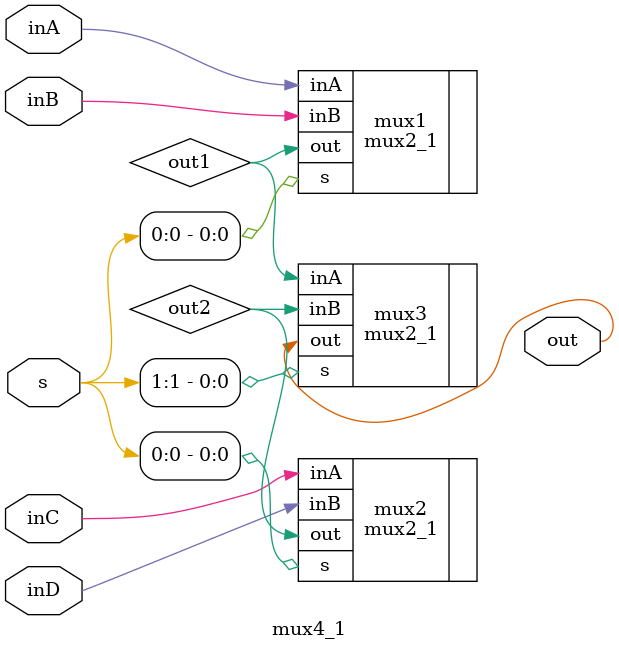
<source format=v>
/*
    CS/ECE 552 Spring '22
    Homework #1, Problem 1

    4-1 mux template
*/
module mux4_1(out, inA, inB, inC, inD, s);
    output       out;
    input        inA, inB, inC, inD;
    input [1:0]  s;

    // YOUR CODE HERE
    wire out1, out2;
    mux2_1 mux1(.out(out1), .inA(inA), .inB(inB), .s(s[0]));
    mux2_1 mux2(.out(out2), .inA(inC), .inB(inD), .s(s[0]));
    mux2_1 mux3(.out(out), .inA(out1), .inB(out2), .s(s[1]));

      
endmodule

</source>
